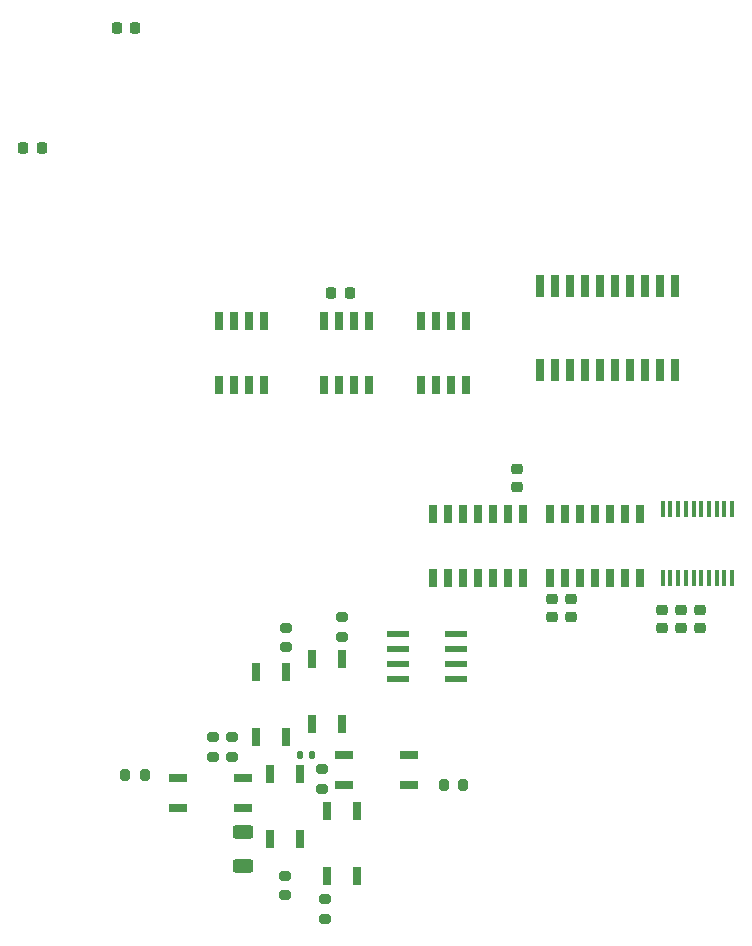
<source format=gbr>
%TF.GenerationSoftware,KiCad,Pcbnew,8.0.6*%
%TF.CreationDate,2024-12-22T02:50:07-05:00*%
%TF.ProjectId,accessory_test,61636365-7373-46f7-9279-5f746573742e,rev?*%
%TF.SameCoordinates,Original*%
%TF.FileFunction,Paste,Top*%
%TF.FilePolarity,Positive*%
%FSLAX46Y46*%
G04 Gerber Fmt 4.6, Leading zero omitted, Abs format (unit mm)*
G04 Created by KiCad (PCBNEW 8.0.6) date 2024-12-22 02:50:07*
%MOMM*%
%LPD*%
G01*
G04 APERTURE LIST*
G04 Aperture macros list*
%AMRoundRect*
0 Rectangle with rounded corners*
0 $1 Rounding radius*
0 $2 $3 $4 $5 $6 $7 $8 $9 X,Y pos of 4 corners*
0 Add a 4 corners polygon primitive as box body*
4,1,4,$2,$3,$4,$5,$6,$7,$8,$9,$2,$3,0*
0 Add four circle primitives for the rounded corners*
1,1,$1+$1,$2,$3*
1,1,$1+$1,$4,$5*
1,1,$1+$1,$6,$7*
1,1,$1+$1,$8,$9*
0 Add four rect primitives between the rounded corners*
20,1,$1+$1,$2,$3,$4,$5,0*
20,1,$1+$1,$4,$5,$6,$7,0*
20,1,$1+$1,$6,$7,$8,$9,0*
20,1,$1+$1,$8,$9,$2,$3,0*%
G04 Aperture macros list end*
%ADD10RoundRect,0.200000X-0.275000X0.200000X-0.275000X-0.200000X0.275000X-0.200000X0.275000X0.200000X0*%
%ADD11RoundRect,0.200000X0.275000X-0.200000X0.275000X0.200000X-0.275000X0.200000X-0.275000X-0.200000X0*%
%ADD12RoundRect,0.200000X-0.200000X-0.275000X0.200000X-0.275000X0.200000X0.275000X-0.200000X0.275000X0*%
%ADD13RoundRect,0.135000X0.135000X0.185000X-0.135000X0.185000X-0.135000X-0.185000X0.135000X-0.185000X0*%
%ADD14RoundRect,0.250000X0.625000X-0.312500X0.625000X0.312500X-0.625000X0.312500X-0.625000X-0.312500X0*%
%ADD15R,1.500000X0.650000*%
%ADD16R,0.650000X1.500000*%
%ADD17RoundRect,0.225000X0.225000X0.250000X-0.225000X0.250000X-0.225000X-0.250000X0.225000X-0.250000X0*%
%ADD18RoundRect,0.225000X0.250000X-0.225000X0.250000X0.225000X-0.250000X0.225000X-0.250000X-0.225000X0*%
%ADD19RoundRect,0.225000X-0.250000X0.225000X-0.250000X-0.225000X0.250000X-0.225000X0.250000X0.225000X0*%
%ADD20R,1.981200X0.558800*%
%ADD21R,0.450000X1.475000*%
%ADD22RoundRect,0.225000X-0.225000X-0.250000X0.225000X-0.250000X0.225000X0.250000X-0.225000X0.250000X0*%
%ADD23R,0.700000X1.825000*%
%ADD24R,0.650000X1.525000*%
G04 APERTURE END LIST*
D10*
%TO.C,R13*%
X120650000Y-124588000D03*
X120650000Y-126238000D03*
%TD*%
D11*
%TO.C,R12*%
X122047000Y-102361000D03*
X122047000Y-100711000D03*
%TD*%
%TO.C,R11*%
X117348000Y-103250000D03*
X117348000Y-101600000D03*
%TD*%
D12*
%TO.C,R10*%
X130684000Y-114935000D03*
X132334000Y-114935000D03*
%TD*%
D11*
%TO.C,R9*%
X117221000Y-124269000D03*
X117221000Y-122619000D03*
%TD*%
D12*
%TO.C,R8*%
X103696000Y-114046000D03*
X105346000Y-114046000D03*
%TD*%
D13*
%TO.C,R7*%
X119555000Y-112395000D03*
X118535000Y-112395000D03*
%TD*%
D11*
%TO.C,R6*%
X112776000Y-112522000D03*
X112776000Y-110872000D03*
%TD*%
%TO.C,R5*%
X111125000Y-112521000D03*
X111125000Y-110871000D03*
%TD*%
D14*
%TO.C,R4*%
X113665000Y-121793000D03*
X113665000Y-118868000D03*
%TD*%
D10*
%TO.C,R3*%
X120396000Y-113602000D03*
X120396000Y-115252000D03*
%TD*%
D15*
%TO.C,K8*%
X108165000Y-114300000D03*
X108165000Y-116840000D03*
X113665000Y-116840000D03*
X113665000Y-114300000D03*
%TD*%
D16*
%TO.C,K7*%
X117348000Y-105371000D03*
X114808000Y-105371000D03*
X114808000Y-110871000D03*
X117348000Y-110871000D03*
%TD*%
%TO.C,K6*%
X122047000Y-104228000D03*
X119507000Y-104228000D03*
X119507000Y-109728000D03*
X122047000Y-109728000D03*
%TD*%
%TO.C,K4*%
X120777000Y-117094000D03*
X123317000Y-117094000D03*
X123317000Y-122594000D03*
X120777000Y-122594000D03*
%TD*%
%TO.C,K3*%
X115998057Y-119454172D03*
X118538057Y-119454172D03*
X118538057Y-113954172D03*
X115998057Y-113954172D03*
%TD*%
D17*
%TO.C,D1*%
X96621600Y-61010800D03*
X95071600Y-61010800D03*
%TD*%
D18*
%TO.C,C15*%
X152400000Y-100076000D03*
X152400000Y-101626000D03*
%TD*%
D19*
%TO.C,C3*%
X150749000Y-100063000D03*
X150749000Y-101613000D03*
%TD*%
D20*
%TO.C,U1*%
X131749800Y-105918000D03*
X131749800Y-104648000D03*
X131749800Y-103378000D03*
X131749800Y-102108000D03*
X126822200Y-102108000D03*
X126822200Y-103378000D03*
X126822200Y-104648000D03*
X126822200Y-105918000D03*
%TD*%
D19*
%TO.C,C5*%
X136906000Y-88125000D03*
X136906000Y-89675000D03*
%TD*%
D21*
%TO.C,IC5*%
X149221000Y-97426000D03*
X149871000Y-97426000D03*
X150521000Y-97426000D03*
X151171000Y-97426000D03*
X151821000Y-97426000D03*
X152471000Y-97426000D03*
X153121000Y-97426000D03*
X153771000Y-97426000D03*
X154421000Y-97426000D03*
X155071000Y-97426000D03*
X155071000Y-91550000D03*
X154421000Y-91550000D03*
X153771000Y-91550000D03*
X153121000Y-91550000D03*
X152471000Y-91550000D03*
X151821000Y-91550000D03*
X151171000Y-91550000D03*
X150521000Y-91550000D03*
X149871000Y-91550000D03*
X149221000Y-91550000D03*
%TD*%
D19*
%TO.C,C7*%
X139827000Y-99161000D03*
X139827000Y-100711000D03*
%TD*%
D16*
%TO.C,IC1*%
X120523000Y-81071000D03*
X121793000Y-81071000D03*
X123063000Y-81071000D03*
X124333000Y-81071000D03*
X124333000Y-75671000D03*
X123063000Y-75671000D03*
X121793000Y-75671000D03*
X120523000Y-75671000D03*
%TD*%
D19*
%TO.C,C6*%
X141478000Y-99161000D03*
X141478000Y-100711000D03*
%TD*%
D22*
%TO.C,C1*%
X102984000Y-50812000D03*
X104534000Y-50812000D03*
%TD*%
D23*
%TO.C,IC2*%
X138811000Y-79768000D03*
X140081000Y-79768000D03*
X141351000Y-79768000D03*
X142621000Y-79768000D03*
X143891000Y-79768000D03*
X145161000Y-79768000D03*
X146431000Y-79768000D03*
X147701000Y-79768000D03*
X148971000Y-79768000D03*
X150241000Y-79768000D03*
X150241000Y-72644000D03*
X148971000Y-72644000D03*
X147701000Y-72644000D03*
X146431000Y-72644000D03*
X145161000Y-72644000D03*
X143891000Y-72644000D03*
X142621000Y-72644000D03*
X141351000Y-72644000D03*
X140081000Y-72644000D03*
X138811000Y-72644000D03*
%TD*%
D24*
%TO.C,IC4*%
X129794000Y-97372000D03*
X131064000Y-97372000D03*
X132334000Y-97372000D03*
X133604000Y-97372000D03*
X134874000Y-97372000D03*
X136144000Y-97372000D03*
X137414000Y-97372000D03*
X137414000Y-91948000D03*
X136144000Y-91948000D03*
X134874000Y-91948000D03*
X133604000Y-91948000D03*
X132334000Y-91948000D03*
X131064000Y-91948000D03*
X129794000Y-91948000D03*
%TD*%
D16*
%TO.C,IC8*%
X128778000Y-81071000D03*
X130048000Y-81071000D03*
X131318000Y-81071000D03*
X132588000Y-81071000D03*
X132588000Y-75671000D03*
X131318000Y-75671000D03*
X130048000Y-75671000D03*
X128778000Y-75671000D03*
%TD*%
D19*
%TO.C,C4*%
X149180250Y-100069643D03*
X149180250Y-101619643D03*
%TD*%
D24*
%TO.C,IC3*%
X139700000Y-97372000D03*
X140970000Y-97372000D03*
X142240000Y-97372000D03*
X143510000Y-97372000D03*
X144780000Y-97372000D03*
X146050000Y-97372000D03*
X147320000Y-97372000D03*
X147320000Y-91948000D03*
X146050000Y-91948000D03*
X144780000Y-91948000D03*
X143510000Y-91948000D03*
X142240000Y-91948000D03*
X140970000Y-91948000D03*
X139700000Y-91948000D03*
%TD*%
D22*
%TO.C,C2*%
X121158000Y-73291000D03*
X122708000Y-73291000D03*
%TD*%
D16*
%TO.C,IC9*%
X111633000Y-81071000D03*
X112903000Y-81071000D03*
X114173000Y-81071000D03*
X115443000Y-81071000D03*
X115443000Y-75671000D03*
X114173000Y-75671000D03*
X112903000Y-75671000D03*
X111633000Y-75671000D03*
%TD*%
D15*
%TO.C,K5*%
X127718000Y-114935000D03*
X127718000Y-112395000D03*
X122218000Y-112395000D03*
X122218000Y-114935000D03*
%TD*%
M02*

</source>
